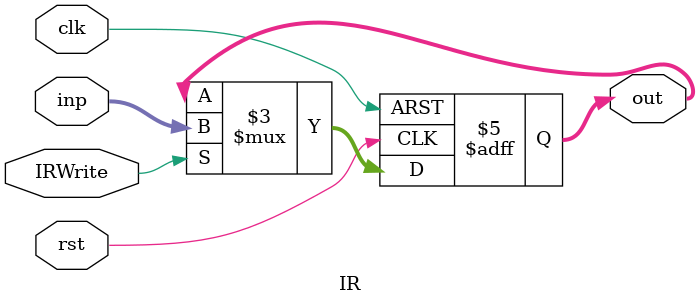
<source format=sv>
`timescale 1ns/1ns

module IR(input[7:0] inp, input IRWrite, clk, rst, output[7:0] out);
    always @(posedge rst, posedge clk) begin
        if (clk)
            out <= 8'b0;
        else if (IRWrite)
            out <= inp;
        else
            out <= out;
    end
endmodule
</source>
